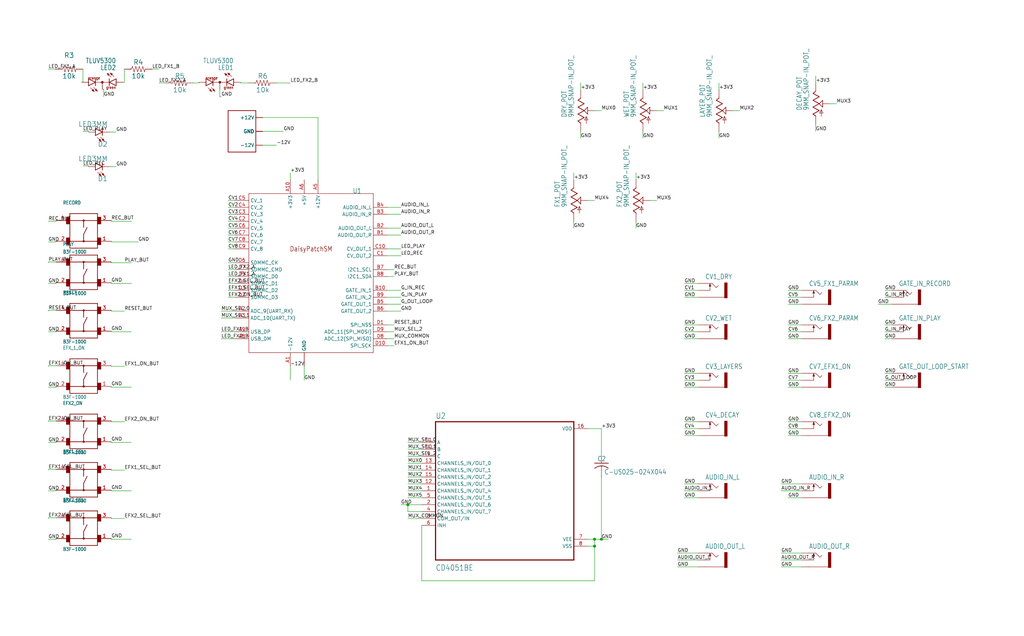
<source format=kicad_sch>
(kicad_sch (version 20211123) (generator eeschema)
  (paper "User" 376.25 233.604)
  (lib_symbols
    (symbol "dots-test-eagle-import:10KOHM-HORIZ-1{slash}4W-1%"
      (property "Reference" "R" (at 0 1.524 0))
      (property "Value" "10KOHM-HORIZ-1{slash}4W-1%" (at 0 -1.524 0))
      (symbol "10KOHM-HORIZ-1{slash}4W-1%_1_0"
        (polyline (pts (xy -2.54 0) (xy -2.159 1.016)) (stroke (width 0.1524)))
        (polyline (pts (xy -2.159 1.016) (xy -1.524 -1.016)) (stroke (width 0.1524)))
        (polyline (pts (xy -1.524 -1.016) (xy -0.889 1.016)) (stroke (width 0.1524)))
        (polyline (pts (xy -0.889 1.016) (xy -0.254 -1.016)) (stroke (width 0.1524)))
        (polyline (pts (xy -0.254 -1.016) (xy 0.381 1.016)) (stroke (width 0.1524)))
        (polyline (pts (xy 0.381 1.016) (xy 1.016 -1.016)) (stroke (width 0.1524)))
        (polyline (pts (xy 1.016 -1.016) (xy 1.651 1.016)) (stroke (width 0.1524)))
        (polyline (pts (xy 1.651 1.016) (xy 2.286 -1.016)) (stroke (width 0.1524)))
        (polyline (pts (xy 2.286 -1.016) (xy 2.54 0)) (stroke (width 0.1524)))
        (pin passive line (at -5.08 0 0) (length 2.54) (name "1") (number "P$1"))
        (pin passive line (at 5.08 0 180) (length 2.54) (name "2") (number "P$2"))
      )
    )
    (symbol "dots-test-eagle-import:9MM_SNAP-IN_POT_"
      (property "Reference" "VR" (at -5.08 -2.54 90))
      (property "Value" "9MM_SNAP-IN_POT_" (at -2.54 -2.54 90))
      (symbol "9MM_SNAP-IN_POT__1_0"
        (polyline (pts (xy -1.016 -3.81) (xy 1.27 -2.54)) (stroke (width 0.254)))
        (polyline (pts (xy -1.016 -1.27) (xy 1.27 0)) (stroke (width 0.254)))
        (polyline (pts (xy -1.016 1.27) (xy 1.27 2.54)) (stroke (width 0.254)))
        (polyline (pts (xy -1.016 3.81) (xy 0 4.572)) (stroke (width 0.254)))
        (polyline (pts (xy 0 -5.08) (xy 0 -4.572)) (stroke (width 0.1524)))
        (polyline (pts (xy 0 -4.572) (xy -1.016 -3.81)) (stroke (width 0.254)))
        (polyline (pts (xy 0 4.572) (xy 0 5.08)) (stroke (width 0.1524)))
        (polyline (pts (xy 1.27 -2.54) (xy -1.016 -1.27)) (stroke (width 0.254)))
        (polyline (pts (xy 1.27 0) (xy -1.016 1.27)) (stroke (width 0.254)))
        (polyline (pts (xy 1.27 0) (xy 2.54 1.27)) (stroke (width 0.2032)))
        (polyline (pts (xy 1.27 2.54) (xy -1.016 3.81)) (stroke (width 0.254)))
        (polyline (pts (xy 1.397 -3.429) (xy 2.032 -2.159)) (stroke (width 0.1524)))
        (polyline (pts (xy 2.032 -4.699) (xy 2.032 -2.159)) (stroke (width 0.1524)))
        (polyline (pts (xy 2.032 -2.159) (xy 2.667 -3.429)) (stroke (width 0.1524)))
        (polyline (pts (xy 2.54 -1.27) (xy 1.27 0)) (stroke (width 0.2032)))
        (polyline (pts (xy 2.54 1.27) (xy 2.54 -1.27)) (stroke (width 0.2032)))
        (polyline (pts (xy 2.667 -3.429) (xy 1.397 -3.429)) (stroke (width 0.1524)))
        (pin passive line (at 0 -7.62 90) (length 2.54) (name "A") (number "1"))
        (pin passive line (at 5.08 0 180) (length 2.54) (name "S") (number "2"))
        (pin passive line (at 0 7.62 270) (length 2.54) (name "E") (number "3"))
      )
    )
    (symbol "dots-test-eagle-import:B3F-1000"
      (property "Reference" "SW" (at -7.6261 8.3881 0))
      (property "Value" "B3F-1000" (at -7.6315 -9.6655 0))
      (symbol "B3F-1000_1_0"
        (rectangle (start -6.353 -6.3521) (end -5.08 -3.81) (fill (type outline)))
        (rectangle (start -6.3511 1.2705) (end -5.08 3.8099) (fill (type outline)))
        (circle (center 0 -5.08) (radius 0.254) (stroke (width 0.254)))
        (polyline (pts (xy -5.08 -7.62) (xy -5.08 -5.08)) (stroke (width 0.254)))
        (polyline (pts (xy -5.08 -5.08) (xy -5.08 2.54)) (stroke (width 0.254)))
        (polyline (pts (xy -5.08 -5.08) (xy 0 -5.08)) (stroke (width 0.254)))
        (polyline (pts (xy -5.08 2.54) (xy -5.08 5.08)) (stroke (width 0.254)))
        (polyline (pts (xy -5.08 2.54) (xy 0 2.54)) (stroke (width 0.254)))
        (polyline (pts (xy -5.08 5.08) (xy 5.08 5.08)) (stroke (width 0.254)))
        (polyline (pts (xy 0 -5.08) (xy 0 -2.54)) (stroke (width 0.254)))
        (polyline (pts (xy 0 -5.08) (xy 5.08 -5.08)) (stroke (width 0.254)))
        (polyline (pts (xy 0 -2.54) (xy 1.27 0)) (stroke (width 0.254)))
        (polyline (pts (xy 0 2.54) (xy 0 0)) (stroke (width 0.254)))
        (polyline (pts (xy 0 2.54) (xy 5.08 2.54)) (stroke (width 0.254)))
        (polyline (pts (xy 5.08 -7.62) (xy -5.08 -7.62)) (stroke (width 0.254)))
        (polyline (pts (xy 5.08 -5.08) (xy 5.08 -7.62)) (stroke (width 0.254)))
        (polyline (pts (xy 5.08 2.54) (xy 5.08 -5.08)) (stroke (width 0.254)))
        (polyline (pts (xy 5.08 5.08) (xy 5.08 2.54)) (stroke (width 0.254)))
        (circle (center 0 2.54) (radius 0.254) (stroke (width 0.254)))
        (rectangle (start 5.0835 -6.3529) (end 6.3499 -3.81) (fill (type outline)))
        (rectangle (start 5.0842 1.2721) (end 6.35 3.8099) (fill (type outline)))
        (pin passive line (at 10.16 -5.08 180) (length 5.08) (name "1") (number "1"))
        (pin passive line (at -10.16 -5.08 0) (length 5.08) (name "2") (number "2"))
        (pin passive line (at 10.16 2.54 180) (length 5.08) (name "3") (number "3"))
        (pin passive line (at -10.16 2.54 0) (length 5.08) (name "4") (number "4"))
      )
    )
    (symbol "dots-test-eagle-import:C-US025-024X044"
      (property "Reference" "C" (at 1.016 0.635 0))
      (property "Value" "C-US025-024X044" (at 1.016 -4.191 0))
      (symbol "C-US025-024X044_1_0"
        (arc (start 0 -1.0161) (mid -1.302 -1.2303) (end -2.4668 -1.8504) (stroke (width 0.254)))
        (polyline (pts (xy -2.54 0) (xy 2.54 0)) (stroke (width 0.254)))
        (polyline (pts (xy 0 -1.0161) (xy 0 -2.54)) (stroke (width 0.1524)))
        (polyline (pts (xy 0 -1.016) (xy 0 -1.0161)) (stroke (width 0.1524)))
        (arc (start 2.4892 -1.8542) (mid 1.3158 -1.2195) (end 0 -1) (stroke (width 0.254)))
        (pin passive line (at 0 2.54 270) (length 2.54) (name "1") (number "1"))
        (pin passive line (at 0 -5.08 90) (length 2.54) (name "2") (number "2"))
      )
    )
    (symbol "dots-test-eagle-import:CD4051BE"
      (property "Reference" "U" (at -25.4 26.4 0))
      (property "Value" "CD4051BE" (at -25.4 -29.4 0))
      (symbol "CD4051BE_1_0"
        (polyline (pts (xy -25.4 -25.4) (xy -25.4 25.4)) (stroke (width 0.41)))
        (polyline (pts (xy -25.4 25.4) (xy 25.4 25.4)) (stroke (width 0.41)))
        (polyline (pts (xy 25.4 -25.4) (xy -25.4 -25.4)) (stroke (width 0.41)))
        (polyline (pts (xy 25.4 25.4) (xy 25.4 -25.4)) (stroke (width 0.41)))
        (pin input line (at -30.48 0 0) (length 5.08) (name "CHANNELS_IN/OUT_4") (number "1"))
        (pin input line (at -30.48 15.24 0) (length 5.08) (name "B") (number "10"))
        (pin input line (at -30.48 17.78 0) (length 5.08) (name "A") (number "11"))
        (pin input line (at -30.48 2.54 0) (length 5.08) (name "CHANNELS_IN/OUT_3") (number "12"))
        (pin input line (at -30.48 10.16 0) (length 5.08) (name "CHANNELS_IN/OUT_0") (number "13"))
        (pin input line (at -30.48 7.62 0) (length 5.08) (name "CHANNELS_IN/OUT_1") (number "14"))
        (pin input line (at -30.48 5.08 0) (length 5.08) (name "CHANNELS_IN/OUT_2") (number "15"))
        (pin power_in line (at 30.48 22.86 180) (length 5.08) (name "VDD") (number "16"))
        (pin input line (at -30.48 -5.08 0) (length 5.08) (name "CHANNELS_IN/OUT_6") (number "2"))
        (pin input line (at -30.48 -10.16 0) (length 5.08) (name "COM_OUT/IN") (number "3"))
        (pin input line (at -30.48 -7.62 0) (length 5.08) (name "CHANNELS_IN/OUT_7") (number "4"))
        (pin input line (at -30.48 -2.54 0) (length 5.08) (name "CHANNELS_IN/OUT_5") (number "5"))
        (pin input line (at -30.48 -12.7 0) (length 5.08) (name "INH") (number "6"))
        (pin power_in line (at 30.48 -17.78 180) (length 5.08) (name "VEE") (number "7"))
        (pin power_in line (at 30.48 -20.32 180) (length 5.08) (name "VSS") (number "8"))
        (pin input line (at -30.48 12.7 0) (length 5.08) (name "C") (number "9"))
      )
    )
    (symbol "dots-test-eagle-import:ES_DAISY_PATCH_SMULTRA_LOCK"
      (property "Reference" "U" (at 15.24 27.94 0))
      (symbol "ES_DAISY_PATCH_SMULTRA_LOCK_1_0"
        (polyline (pts (xy -22.86 -30.48) (xy 22.86 -30.48)) (stroke (width 0.1524)))
        (polyline (pts (xy -22.86 27.94) (xy -22.86 -30.48)) (stroke (width 0.1524)))
        (polyline (pts (xy 22.86 -30.48) (xy 22.86 27.94)) (stroke (width 0.1524)))
        (polyline (pts (xy 22.86 27.94) (xy -22.86 27.94)) (stroke (width 0.1524)))
        (text "DaisyPatchSM" (at 0 7.62 0) (effects (font (size 1.778 1.5113))))
        (pin bidirectional line (at -7.62 -35.56 90) (length 5.08) (name "-12V") (number "A1"))
        (pin bidirectional line (at -7.62 33.02 270) (length 5.08) (name "+3V3") (number "A10"))
        (pin bidirectional line (at -27.94 -15.24 0) (length 5.08) (name "ADC_9(UART_RX)") (number "A2"))
        (pin bidirectional line (at -27.94 -17.78 0) (length 5.08) (name "ADC_10(UART_TX)") (number "A3"))
        (pin bidirectional line (at -2.54 -35.56 90) (length 5.08) (name "GND") (number "A4"))
        (pin bidirectional line (at 2.54 33.02 270) (length 5.08) (name "+12V") (number "A5"))
        (pin bidirectional line (at -2.54 33.02 270) (length 5.08) (name "+5V") (number "A6"))
        (pin bidirectional line (at -2.54 -35.56 90) (length 5.08) (name "GND") (number "A7"))
        (pin bidirectional line (at -27.94 -25.4 0) (length 5.08) (name "USB_DM") (number "A8"))
        (pin bidirectional line (at -27.94 -22.86 0) (length 5.08) (name "USB_DP") (number "A9"))
        (pin bidirectional line (at 27.94 12.7 180) (length 5.08) (name "AUDIO_OUT_R") (number "B1"))
        (pin bidirectional line (at 27.94 -7.62 180) (length 5.08) (name "GATE_IN_1") (number "B10"))
        (pin bidirectional line (at 27.94 15.24 180) (length 5.08) (name "AUDIO_OUT_L") (number "B2"))
        (pin bidirectional line (at 27.94 20.32 180) (length 5.08) (name "AUDIO_IN_R") (number "B3"))
        (pin bidirectional line (at 27.94 22.86 180) (length 5.08) (name "AUDIO_IN_L") (number "B4"))
        (pin bidirectional line (at 27.94 -12.7 180) (length 5.08) (name "GATE_OUT_1") (number "B5"))
        (pin bidirectional line (at 27.94 -15.24 180) (length 5.08) (name "GATE_OUT_2") (number "B6"))
        (pin bidirectional line (at 27.94 0 180) (length 5.08) (name "I2C1_SCL") (number "B7"))
        (pin bidirectional line (at 27.94 -2.54 180) (length 5.08) (name "I2C1_SDA") (number "B8"))
        (pin bidirectional line (at 27.94 -10.16 180) (length 5.08) (name "GATE_IN_2") (number "B9"))
        (pin bidirectional line (at 27.94 5.08 180) (length 5.08) (name "CV_OUT_2") (number "C1"))
        (pin bidirectional line (at 27.94 7.62 180) (length 5.08) (name "CV_OUT_1") (number "C10"))
        (pin bidirectional line (at -27.94 17.78 0) (length 5.08) (name "CV_4") (number "C2"))
        (pin bidirectional line (at -27.94 20.32 0) (length 5.08) (name "CV_3") (number "C3"))
        (pin bidirectional line (at -27.94 22.86 0) (length 5.08) (name "CV_2") (number "C4"))
        (pin bidirectional line (at -27.94 25.4 0) (length 5.08) (name "CV_1") (number "C5"))
        (pin bidirectional line (at -27.94 15.24 0) (length 5.08) (name "CV_5") (number "C6"))
        (pin bidirectional line (at -27.94 12.7 0) (length 5.08) (name "CV_6") (number "C7"))
        (pin bidirectional line (at -27.94 10.16 0) (length 5.08) (name "CV_7") (number "C8"))
        (pin bidirectional line (at -27.94 7.62 0) (length 5.08) (name "CV_8") (number "C9"))
        (pin bidirectional line (at 27.94 -20.32 180) (length 5.08) (name "SPI_NSS") (number "D1"))
        (pin bidirectional line (at 27.94 -27.94 180) (length 5.08) (name "SPI_SCK") (number "D10"))
        (pin bidirectional line (at -27.94 -10.16 0) (length 5.08) (name "SDMMC_D3") (number "D2"))
        (pin bidirectional line (at -27.94 -7.62 0) (length 5.08) (name "SDMMC_D2") (number "D3"))
        (pin bidirectional line (at -27.94 -5.08 0) (length 5.08) (name "SDMMC_D1") (number "D4"))
        (pin bidirectional line (at -27.94 -2.54 0) (length 5.08) (name "SDMMC_D0") (number "D5"))
        (pin bidirectional line (at -27.94 2.54 0) (length 5.08) (name "SDMMC_CK") (number "D6"))
        (pin bidirectional line (at -27.94 0 0) (length 5.08) (name "SDMMC_CMD") (number "D7"))
        (pin bidirectional line (at 27.94 -25.4 180) (length 5.08) (name "ADC_12(SPI_MISO)") (number "D8"))
        (pin bidirectional line (at 27.94 -22.86 180) (length 5.08) (name "ADC_11(SPI_MOSI)") (number "D9"))
      )
    )
    (symbol "dots-test-eagle-import:EURO_POWER_LOCKFAT-LOCK"
      (symbol "EURO_POWER_LOCKFAT-LOCK_1_0"
        (polyline (pts (xy -7.62 7.62) (xy -7.62 -7.62)) (stroke (width 0.254)))
        (polyline (pts (xy 2.54 -7.62) (xy -7.62 -7.62)) (stroke (width 0.254)))
        (polyline (pts (xy 2.54 7.62) (xy -7.62 7.62)) (stroke (width 0.254)))
        (polyline (pts (xy 2.54 7.62) (xy 2.54 -7.62)) (stroke (width 0.254)))
        (pin bidirectional line (at 5.08 0 180) (length 2.54) (name "GND") (number "GND1"))
        (pin bidirectional line (at 5.08 0 180) (length 2.54) (name "GND") (number "GND2"))
        (pin bidirectional line (at 5.08 0 180) (length 2.54) (name "GND") (number "GND3"))
        (pin bidirectional line (at 5.08 0 180) (length 2.54) (name "GND") (number "GND4"))
        (pin bidirectional line (at 5.08 0 180) (length 2.54) (name "GND") (number "GND5"))
        (pin bidirectional line (at 5.08 0 180) (length 2.54) (name "GND") (number "GND6"))
        (pin bidirectional line (at 5.08 -5.08 180) (length 2.54) (name "-12V") (number "NEG1"))
        (pin bidirectional line (at 5.08 -5.08 180) (length 2.54) (name "-12V") (number "NEG2"))
        (pin bidirectional line (at 5.08 5.08 180) (length 2.54) (name "+12V") (number "POS1"))
        (pin bidirectional line (at 5.08 5.08 180) (length 2.54) (name "+12V") (number "POS2"))
      )
    )
    (symbol "dots-test-eagle-import:LED3MM"
      (property "Reference" "D" (at -3.429 -4.572 90))
      (property "Value" "LED3MM" (at 1.905 -4.572 90))
      (symbol "LED3MM_1_0"
        (polyline (pts (xy -2.032 -0.762) (xy -3.429 -2.159)) (stroke (width 0.1524)))
        (polyline (pts (xy -1.905 -1.905) (xy -3.302 -3.302)) (stroke (width 0.1524)))
        (polyline (pts (xy 0 -2.54) (xy -1.27 -2.54)) (stroke (width 0.254)))
        (polyline (pts (xy 0 -2.54) (xy -1.27 0)) (stroke (width 0.254)))
        (polyline (pts (xy 1.27 -2.54) (xy 0 -2.54)) (stroke (width 0.254)))
        (polyline (pts (xy 1.27 0) (xy -1.27 0)) (stroke (width 0.254)))
        (polyline (pts (xy 1.27 0) (xy 0 -2.54)) (stroke (width 0.254)))
        (polyline (pts (xy -3.429 -2.159) (xy -3.048 -1.27) (xy -2.54 -1.778)) (fill (type outline)))
        (polyline (pts (xy -3.302 -3.302) (xy -2.921 -2.413) (xy -2.413 -2.921)) (fill (type outline)))
        (pin passive line (at 0 2.54 270) (length 2.54) (name "A") (number "A"))
        (pin passive line (at 0 -5.08 90) (length 2.54) (name "C") (number "K"))
      )
    )
    (symbol "dots-test-eagle-import:THONKICONNNEW"
      (property "Reference" "U" (at -2.54 4.064 0))
      (symbol "THONKICONNNEW_1_0"
        (polyline (pts (xy -2.54 -2.54) (xy 4.572 -2.54)) (stroke (width 0.1524)))
        (polyline (pts (xy -2.54 0) (xy -0.762 0)) (stroke (width 0.1524)))
        (polyline (pts (xy -2.54 2.54) (xy 0 2.54)) (stroke (width 0.1524)))
        (polyline (pts (xy -1.016 1.524) (xy -0.508 1.524)) (stroke (width 0.254)))
        (polyline (pts (xy -0.762 0) (xy -0.762 2.286)) (stroke (width 0.1524)))
        (polyline (pts (xy -0.762 2.286) (xy -1.016 1.524)) (stroke (width 0.254)))
        (polyline (pts (xy -0.508 1.524) (xy -0.762 2.286)) (stroke (width 0.254)))
        (polyline (pts (xy 0 2.54) (xy 1.524 1.016)) (stroke (width 0.1524)))
        (polyline (pts (xy 1.524 1.016) (xy 2.286 1.778)) (stroke (width 0.1524)))
        (rectangle (start 4.572 2.794) (end 5.588 -2.794) (fill (type outline)))
        (pin passive line (at -5.08 2.54 0) (length 2.54) (name "TIP") (number "P$1_TIP"))
        (pin passive line (at -5.08 0 0) (length 2.54) (name "SWITCH") (number "P$2_SWITCH"))
        (pin passive line (at -5.08 -2.54 0) (length 2.54) (name "SLEEVE") (number "P$3_SLEEVE"))
      )
    )
    (symbol "dots-test-eagle-import:TLUV5300"
      (property "Reference" "LED" (at 6.35 -5.08 90))
      (property "Value" "TLUV5300" (at 8.89 -5.08 90))
      (symbol "TLUV5300_1_0"
        (polyline (pts (xy -2.032 4.318) (xy -3.429 2.921)) (stroke (width 0.1524)))
        (polyline (pts (xy -1.905 3.175) (xy -3.302 1.778)) (stroke (width 0.1524)))
        (polyline (pts (xy -1.27 -5.08) (xy 0 -5.08)) (stroke (width 0.254)))
        (polyline (pts (xy -1.27 -5.08) (xy 0 -2.54)) (stroke (width 0.254)))
        (polyline (pts (xy -1.27 -2.54) (xy 0 -2.54)) (stroke (width 0.254)))
        (polyline (pts (xy 0 -5.08) (xy 1.27 -5.08)) (stroke (width 0.254)))
        (polyline (pts (xy 0 -2.54) (xy 1.27 -5.08)) (stroke (width 0.254)))
        (polyline (pts (xy 0 -2.54) (xy 1.27 -2.54)) (stroke (width 0.254)))
        (polyline (pts (xy 0 2.54) (xy -1.27 2.54)) (stroke (width 0.254)))
        (polyline (pts (xy 0 2.54) (xy -1.27 5.08)) (stroke (width 0.254)))
        (polyline (pts (xy 0 2.54) (xy 0 -2.54)) (stroke (width 0.1524)))
        (polyline (pts (xy 0 5.08) (xy -1.27 5.08)) (stroke (width 0.254)))
        (polyline (pts (xy 1.27 2.54) (xy 0 2.54)) (stroke (width 0.254)))
        (polyline (pts (xy 1.27 5.08) (xy 0 2.54)) (stroke (width 0.254)))
        (polyline (pts (xy 1.27 5.08) (xy 0 5.08)) (stroke (width 0.254)))
        (polyline (pts (xy 1.905 -3.175) (xy 3.302 -1.778)) (stroke (width 0.1524)))
        (polyline (pts (xy 2.032 -4.318) (xy 3.429 -2.921)) (stroke (width 0.1524)))
        (polyline (pts (xy -3.429 2.921) (xy -3.048 3.81) (xy -2.54 3.302)) (fill (type outline)))
        (polyline (pts (xy -3.302 1.778) (xy -2.921 2.667) (xy -2.413 2.159)) (fill (type outline)))
        (polyline (pts (xy 2.413 -2.159) (xy 3.302 -1.778) (xy 2.921 -2.667)) (fill (type outline)))
        (polyline (pts (xy 2.54 -3.302) (xy 3.429 -2.921) (xy 3.048 -3.81)) (fill (type outline)))
        (circle (center 0 0) (radius 0.254) (stroke (width 0.4064)))
        (text "green" (at -2.54 -5.08 900) (effects (font (size 1.016 0.8636)) (justify left bottom)))
        (text "orange" (at 2.159 5.334 900) (effects (font (size 1.016 0.8636)) (justify right top)))
        (pin passive line (at 0 -7.62 90) (length 2.54) (name "AG") (number "AG"))
        (pin passive line (at 0 7.62 270) (length 2.54) (name "AO") (number "AO"))
        (pin passive line (at -2.54 0 0) (length 2.54) (name "CC") (number "CC"))
      )
    )
  )
  (junction (at 218.44 198.12))
  (junction (at 149.86 185.42))
  (junction (at 218.44 200.66))
  (junction (at 220.98 198.12))
  (wire (pts (xy 80.772 32.766) (xy 80.772 35.56)))
  (wire (pts (xy 86.36 104.14) (xy 83.82 104.14)))
  (wire (pts (xy 32.512 48.26) (xy 30.48 48.26)))
  (wire (pts (xy 101.6 30.48) (xy 106.68 30.48)))
  (wire (pts (xy 218.44 40.64) (xy 220.98 40.64)))
  (wire (pts (xy 256.54 137.16) (xy 251.46 137.16)))
  (wire (pts (xy 40.894 172.72) (xy 45.72 172.72)))
  (wire (pts (xy 32.512 61.214) (xy 32.512 60.96)))
  (wire (pts (xy 154.94 162.56) (xy 149.86 162.56)))
  (wire (pts (xy 116.84 43.18) (xy 116.84 66.04)))
  (wire (pts (xy 233.68 81.28) (xy 233.68 83.82)))
  (wire (pts (xy 154.94 182.88) (xy 149.86 182.88)))
  (wire (pts (xy 294.64 109.22) (xy 289.56 109.22)))
  (wire (pts (xy 86.36 73.66) (xy 83.82 73.66)))
  (wire (pts (xy 40.132 48.514) (xy 42.672 48.514)))
  (wire (pts (xy 20.574 197.866) (xy 20.574 198.12)))
  (wire (pts (xy 40.894 142.24) (xy 48.26 142.24)))
  (wire (pts (xy 40.894 172.466) (xy 40.894 172.72)))
  (wire (pts (xy 40.894 198.12) (xy 48.26 198.12)))
  (wire (pts (xy 20.574 141.986) (xy 20.574 142.24)))
  (wire (pts (xy 20.574 162.306) (xy 20.574 162.56)))
  (wire (pts (xy 154.94 187.96) (xy 149.86 187.96)))
  (wire (pts (xy 20.574 121.92) (xy 17.78 121.92)))
  (wire (pts (xy 256.54 180.34) (xy 251.46 180.34)))
  (wire (pts (xy 220.98 157.48) (xy 220.98 167.64)))
  (wire (pts (xy 294.64 111.76) (xy 289.56 111.76)))
  (wire (pts (xy 17.78 134.366) (xy 17.78 134.62)))
  (wire (pts (xy 37.592 32.766) (xy 38.1 32.766)))
  (wire (pts (xy 40.894 180.086) (xy 40.894 180.34)))
  (wire (pts (xy 86.36 88.9) (xy 83.82 88.9)))
  (wire (pts (xy 86.36 121.92) (xy 81.28 121.92)))
  (wire (pts (xy 20.574 88.646) (xy 20.574 88.9)))
  (wire (pts (xy 304.8 38.1) (xy 307.34 38.1)))
  (wire (pts (xy 32.512 60.96) (xy 30.48 60.96)))
  (wire (pts (xy 142.24 109.22) (xy 147.32 109.22)))
  (wire (pts (xy 233.68 66.04) (xy 233.68 63.5)))
  (wire (pts (xy 154.94 170.18) (xy 149.86 170.18)))
  (wire (pts (xy 327.66 137.16) (xy 325.12 137.16)))
  (wire (pts (xy 86.36 109.22) (xy 83.82 109.22)))
  (wire (pts (xy 299.72 30.48) (xy 299.72 27.94)))
  (wire (pts (xy 294.64 157.48) (xy 289.56 157.48)))
  (wire (pts (xy 47.752 25.654) (xy 47.752 25.4)))
  (wire (pts (xy 106.68 66.04) (xy 106.68 63.5)))
  (wire (pts (xy 327.66 121.92) (xy 325.12 121.92)))
  (wire (pts (xy 20.574 172.466) (xy 17.78 172.466)))
  (wire (pts (xy 17.78 96.266) (xy 17.78 96.52)))
  (wire (pts (xy 20.574 198.12) (xy 17.78 198.12)))
  (wire (pts (xy 86.36 78.74) (xy 83.82 78.74)))
  (wire (pts (xy 96.52 53.34) (xy 101.6 53.34)))
  (wire (pts (xy 40.894 162.56) (xy 48.26 162.56)))
  (wire (pts (xy 327.66 139.7) (xy 325.12 139.7)))
  (wire (pts (xy 256.54 208.28) (xy 248.92 208.28)))
  (wire (pts (xy 48.26 81.28) (xy 40.894 81.28)))
  (wire (pts (xy 294.64 154.94) (xy 289.56 154.94)))
  (wire (pts (xy 88.392 30.48) (xy 88.392 30.226)))
  (wire (pts (xy 218.44 198.12) (xy 218.44 200.66)))
  (wire (pts (xy 256.54 203.2) (xy 248.92 203.2)))
  (wire (pts (xy 86.36 101.6) (xy 83.82 101.6)))
  (wire (pts (xy 256.54 121.92) (xy 251.46 121.92)))
  (wire (pts (xy 256.54 139.7) (xy 251.46 139.7)))
  (wire (pts (xy 142.24 76.2) (xy 147.32 76.2)))
  (wire (pts (xy 40.894 104.14) (xy 48.26 104.14)))
  (wire (pts (xy 154.94 167.64) (xy 149.86 167.64)))
  (wire (pts (xy 17.78 190.246) (xy 17.78 190.5)))
  (wire (pts (xy 40.894 134.366) (xy 40.894 134.62)))
  (wire (pts (xy 269.24 40.64) (xy 271.78 40.64)))
  (wire (pts (xy 20.574 154.686) (xy 17.78 154.686)))
  (wire (pts (xy 210.82 81.28) (xy 210.82 83.82)))
  (wire (pts (xy 149.86 187.96) (xy 149.86 185.42)))
  (wire (pts (xy 93.472 30.734) (xy 93.472 30.48)))
  (wire (pts (xy 294.64 177.8) (xy 287.02 177.8)))
  (wire (pts (xy 40.894 190.5) (xy 45.72 190.5)))
  (wire (pts (xy 241.3 40.64) (xy 243.84 40.64)))
  (wire (pts (xy 30.48 30.226) (xy 30.48 25.4)))
  (wire (pts (xy 294.64 160.02) (xy 289.56 160.02)))
  (wire (pts (xy 238.76 73.66) (xy 241.3 73.66)))
  (wire (pts (xy 73.152 30.226) (xy 73.152 30.48)))
  (wire (pts (xy 256.54 154.94) (xy 251.46 154.94)))
  (wire (pts (xy 86.36 86.36) (xy 83.82 86.36)))
  (wire (pts (xy 142.24 119.38) (xy 144.78 119.38)))
  (wire (pts (xy 236.22 48.26) (xy 236.22 50.8)))
  (wire (pts (xy 294.64 139.7) (xy 289.56 139.7)))
  (wire (pts (xy 256.54 177.8) (xy 251.46 177.8)))
  (wire (pts (xy 154.94 190.5) (xy 149.86 190.5)))
  (wire (pts (xy 40.894 190.246) (xy 40.894 190.5)))
  (wire (pts (xy 86.36 83.82) (xy 83.82 83.82)))
  (wire (pts (xy 40.894 121.666) (xy 40.894 121.92)))
  (wire (pts (xy 142.24 78.74) (xy 147.32 78.74)))
  (wire (pts (xy 210.82 66.04) (xy 210.82 63.5)))
  (wire (pts (xy 142.24 124.46) (xy 144.78 124.46)))
  (wire (pts (xy 20.574 142.24) (xy 17.78 142.24)))
  (wire (pts (xy 20.574 134.366) (xy 17.78 134.366)))
  (wire (pts (xy 215.9 157.48) (xy 220.98 157.48)))
  (wire (pts (xy 20.32 25.4) (xy 17.78 25.4)))
  (wire (pts (xy 20.574 81.026) (xy 20.574 81.28)))
  (wire (pts (xy 142.24 99.06) (xy 144.78 99.06)))
  (wire (pts (xy 20.574 162.56) (xy 17.78 162.56)))
  (wire (pts (xy 327.66 119.38) (xy 325.12 119.38)))
  (wire (pts (xy 142.24 101.6) (xy 144.78 101.6)))
  (wire (pts (xy 20.574 104.14) (xy 17.78 104.14)))
  (wire (pts (xy 154.94 175.26) (xy 149.86 175.26)))
  (wire (pts (xy 20.574 103.886) (xy 20.574 104.14)))
  (wire (pts (xy 20.574 190.246) (xy 17.78 190.246)))
  (wire (pts (xy 294.64 106.68) (xy 289.56 106.68)))
  (wire (pts (xy 299.72 45.72) (xy 299.72 48.26)))
  (wire (pts (xy 256.54 205.74) (xy 248.92 205.74)))
  (wire (pts (xy 20.574 88.9) (xy 17.78 88.9)))
  (wire (pts (xy 294.64 121.92) (xy 289.56 121.92)))
  (wire (pts (xy 256.54 124.46) (xy 251.46 124.46)))
  (wire (pts (xy 154.94 193.04) (xy 154.94 213.36)))
  (wire (pts (xy 45.72 30.226) (xy 45.72 25.4)))
  (wire (pts (xy 256.54 182.88) (xy 251.46 182.88)))
  (wire (pts (xy 32.512 48.514) (xy 32.512 48.26)))
  (wire (pts (xy 218.44 213.36) (xy 218.44 200.66)))
  (wire (pts (xy 294.64 208.28) (xy 287.02 208.28)))
  (wire (pts (xy 142.24 86.36) (xy 147.32 86.36)))
  (wire (pts (xy 213.36 33.02) (xy 213.36 30.48)))
  (wire (pts (xy 154.94 213.36) (xy 218.44 213.36)))
  (wire (pts (xy 154.94 180.34) (xy 149.86 180.34)))
  (wire (pts (xy 154.94 165.1) (xy 149.86 165.1)))
  (wire (pts (xy 264.16 48.26) (xy 264.16 50.8)))
  (wire (pts (xy 142.24 93.98) (xy 147.32 93.98)))
  (wire (pts (xy 83.82 106.68) (xy 86.36 106.68)))
  (wire (pts (xy 142.24 106.68) (xy 147.32 106.68)))
  (wire (pts (xy 20.574 180.086) (xy 20.574 180.34)))
  (wire (pts (xy 96.52 48.26) (xy 104.14 48.26)))
  (wire (pts (xy 40.894 180.34) (xy 48.26 180.34)))
  (wire (pts (xy 40.894 88.646) (xy 40.894 88.9)))
  (wire (pts (xy 20.574 114.046) (xy 17.78 114.046)))
  (wire (pts (xy 111.76 134.62) (xy 111.76 139.7)))
  (wire (pts (xy 236.22 33.02) (xy 236.22 30.48)))
  (wire (pts (xy 40.894 114.3) (xy 45.72 114.3)))
  (wire (pts (xy 142.24 91.44) (xy 147.32 91.44)))
  (wire (pts (xy 327.66 111.76) (xy 322.58 111.76)))
  (wire (pts (xy 256.54 106.68) (xy 251.46 106.68)))
  (wire (pts (xy 48.26 96.52) (xy 40.894 96.52)))
  (wire (pts (xy 96.52 43.18) (xy 116.84 43.18)))
  (wire (pts (xy 20.574 96.266) (xy 17.78 96.266)))
  (wire (pts (xy 73.152 30.48) (xy 71.12 30.48)))
  (wire (pts (xy 106.68 134.62) (xy 106.68 139.7)))
  (wire (pts (xy 86.36 124.46) (xy 81.28 124.46)))
  (wire (pts (xy 294.64 180.34) (xy 287.02 180.34)))
  (wire (pts (xy 40.894 81.026) (xy 40.894 81.28)))
  (wire (pts (xy 213.36 48.26) (xy 213.36 50.8)))
  (wire (pts (xy 149.86 185.42) (xy 147.32 185.42)))
  (wire (pts (xy 40.894 154.94) (xy 45.72 154.94)))
  (wire (pts (xy 264.16 33.02) (xy 264.16 30.48)))
  (wire (pts (xy 294.64 137.16) (xy 289.56 137.16)))
  (wire (pts (xy 327.66 109.22) (xy 325.12 109.22)))
  (wire (pts (xy 20.574 121.666) (xy 20.574 121.92)))
  (wire (pts (xy 154.94 185.42) (xy 149.86 185.42)))
  (wire (pts (xy 55.88 25.4) (xy 58.42 25.4)))
  (wire (pts (xy 142.24 111.76) (xy 147.32 111.76)))
  (wire (pts (xy 40.894 114.046) (xy 40.894 114.3)))
  (wire (pts (xy 86.36 91.44) (xy 83.82 91.44)))
  (wire (pts (xy 327.66 142.24) (xy 325.12 142.24)))
  (wire (pts (xy 256.54 160.02) (xy 251.46 160.02)))
  (wire (pts (xy 40.894 121.92) (xy 48.26 121.92)))
  (wire (pts (xy 294.64 205.74) (xy 287.02 205.74)))
  (wire (pts (xy 60.96 30.48) (xy 58.42 30.48)))
  (wire (pts (xy 62.992 30.734) (xy 62.992 30.48)))
  (wire (pts (xy 40.894 88.9) (xy 50.8 88.9)))
  (wire (pts (xy 40.894 141.986) (xy 40.894 142.24)))
  (wire (pts (xy 142.24 121.92) (xy 144.78 121.92)))
  (wire (pts (xy 294.64 124.46) (xy 289.56 124.46)))
  (wire (pts (xy 86.36 99.06) (xy 83.82 99.06)))
  (wire (pts (xy 80.772 35.56) (xy 81.28 35.56)))
  (wire (pts (xy 40.894 103.886) (xy 40.894 104.14)))
  (wire (pts (xy 29.972 30.226) (xy 30.48 30.226)))
  (wire (pts (xy 220.98 198.12) (xy 223.52 198.12)))
  (wire (pts (xy 45.212 30.226) (xy 45.72 30.226)))
  (wire (pts (xy 91.44 30.48) (xy 88.392 30.48)))
  (wire (pts (xy 40.894 134.62) (xy 45.72 134.62)))
  (wire (pts (xy 294.64 182.88) (xy 289.56 182.88)))
  (wire (pts (xy 86.36 96.52) (xy 83.82 96.52)))
  (wire (pts (xy 154.94 177.8) (xy 149.86 177.8)))
  (wire (pts (xy 218.44 200.66) (xy 215.9 200.66)))
  (wire (pts (xy 256.54 157.48) (xy 251.46 157.48)))
  (wire (pts (xy 215.9 73.66) (xy 218.44 73.66)))
  (wire (pts (xy 86.36 81.28) (xy 83.82 81.28)))
  (wire (pts (xy 142.24 83.82) (xy 147.32 83.82)))
  (wire (pts (xy 38.1 32.766) (xy 38.1 35.56)))
  (wire (pts (xy 218.44 198.12) (xy 220.98 198.12)))
  (wire (pts (xy 256.54 119.38) (xy 251.46 119.38)))
  (wire (pts (xy 294.64 203.2) (xy 287.02 203.2)))
  (wire (pts (xy 142.24 114.3) (xy 147.32 114.3)))
  (wire (pts (xy 40.894 162.306) (xy 40.894 162.56)))
  (wire (pts (xy 20.574 81.28) (xy 17.78 81.28)))
  (wire (pts (xy 40.894 154.686) (xy 40.894 154.94)))
  (wire (pts (xy 142.24 127) (xy 144.78 127)))
  (wire (pts (xy 20.574 180.34) (xy 17.78 180.34)))
  (wire (pts (xy 294.64 119.38) (xy 289.56 119.38)))
  (wire (pts (xy 17.78 154.686) (xy 17.78 154.94)))
  (wire (pts (xy 256.54 142.24) (xy 251.46 142.24)))
  (wire (pts (xy 220.98 175.26) (xy 220.98 198.12)))
  (wire (pts (xy 294.64 142.24) (xy 289.56 142.24)))
  (wire (pts (xy 86.36 114.3) (xy 81.28 114.3)))
  (wire (pts (xy 17.78 114.046) (xy 17.78 114.3)))
  (wire (pts (xy 86.36 76.2) (xy 83.82 76.2)))
  (wire (pts (xy 40.132 61.214) (xy 42.672 61.214)))
  (wire (pts (xy 327.66 124.46) (xy 325.12 124.46)))
  (wire (pts (xy 215.9 198.12) (xy 218.44 198.12)))
  (wire (pts (xy 40.894 197.866) (xy 40.894 198.12)))
  (wire (pts (xy 256.54 104.14) (xy 251.46 104.14)))
  (wire (pts (xy 17.78 172.466) (xy 17.78 172.72)))
  (wire (pts (xy 256.54 109.22) (xy 251.46 109.22)))
  (wire (pts (xy 154.94 172.72) (xy 149.86 172.72)))
  (wire (pts (xy 327.66 106.68) (xy 325.12 106.68)))
  (wire (pts (xy 86.36 116.84) (xy 81.28 116.84)))
  (wire (pts (xy 40.894 96.266) (xy 40.894 96.52)))
  (label "REC_BUT" (at 40.894 81.026 0) (effects (font (size 1.2446 1.2446))))
  (label "EFX1_ON_BUT" (at 17.78 134.366 0) (effects (font (size 1.2446 1.2446))))
  (label "GND" (at 289.56 106.68 0) (effects (font (size 1.2446 1.2446))))
  (label "CV6" (at 289.56 121.92 0) (effects (font (size 1.2446 1.2446))))
  (label "GND" (at 325.12 137.16 0) (effects (font (size 1.2446 1.2446))))
  (label "AUDIO_OUT_L" (at 248.92 205.74 0) (effects (font (size 1.2446 1.2446))))
  (label "LED_FX1_B" (at 55.88 25.4 0) (effects (font (size 1.2446 1.2446))))
  (label "EFX1_SEL_BUT" (at 83.82 106.68 0) (effects (font (size 1.2446 1.2446))))
  (label "CV4" (at 83.82 81.28 0) (effects (font (size 1.2446 1.2446))))
  (label "GND" (at 17.78 121.92 0) (effects (font (size 1.2446 1.2446))))
  (label "EFX1_ON_BUT" (at 144.78 127 0) (effects (font (size 1.2446 1.2446))))
  (label "CV1" (at 83.82 73.66 0) (effects (font (size 1.2446 1.2446))))
  (label "MUX_SEL_1" (at 81.28 116.84 0) (effects (font (size 1.2446 1.2446))))
  (label "MUX_SEL_2" (at 144.78 121.92 0) (effects (font (size 1.2446 1.2446))))
  (label "+3V3" (at 106.68 63.5 0) (effects (font (size 1.2446 1.2446))))
  (label "LED_FX2_A" (at 83.82 99.06 0) (effects (font (size 1.2446 1.2446))))
  (label "GND" (at 17.78 88.9 0) (effects (font (size 1.2446 1.2446))))
  (label "GND" (at 251.46 177.8 0) (effects (font (size 1.2446 1.2446))))
  (label "LED_REC" (at 147.32 93.98 0) (effects (font (size 1.2446 1.2446))))
  (label "LED_FX1_A" (at 17.78 25.4 0) (effects (font (size 1.2446 1.2446))))
  (label "GND" (at 287.02 208.28 0) (effects (font (size 1.2446 1.2446))))
  (label "GND" (at 236.22 50.8 0) (effects (font (size 1.2446 1.2446))))
  (label "AUDIO_OUT_L" (at 147.32 83.82 0) (effects (font (size 1.2446 1.2446))))
  (label "GND" (at 289.56 154.94 0) (effects (font (size 1.2446 1.2446))))
  (label "GND" (at 251.46 142.24 0) (effects (font (size 1.2446 1.2446))))
  (label "GND" (at 325.12 124.46 0) (effects (font (size 1.2446 1.2446))))
  (label "GND" (at 248.92 203.2 0) (effects (font (size 1.2446 1.2446))))
  (label "MUX1" (at 243.84 40.64 0) (effects (font (size 1.2446 1.2446))))
  (label "MUX5" (at 149.86 182.88 0) (effects (font (size 1.2446 1.2446))))
  (label "EFX1_SEL_BUT" (at 17.78 172.466 0) (effects (font (size 1.2446 1.2446))))
  (label "-12V" (at 106.68 134.62 0) (effects (font (size 1.2446 1.2446))))
  (label "EFX2_SEL_BUT" (at 45.72 190.5 0) (effects (font (size 1.2446 1.2446))))
  (label "GND" (at 40.894 103.886 0) (effects (font (size 1.2446 1.2446))))
  (label "GND" (at 251.46 137.16 0) (effects (font (size 1.2446 1.2446))))
  (label "GND" (at 104.14 48.26 0) (effects (font (size 1.2446 1.2446))))
  (label "PLAY_BUT" (at 17.78 96.266 0) (effects (font (size 1.2446 1.2446))))
  (label "MUX0" (at 220.98 40.64 0) (effects (font (size 1.2446 1.2446))))
  (label "LED_FX1_A" (at 83.82 101.6 0) (effects (font (size 1.2446 1.2446))))
  (label "GND" (at 50.8 88.9 0) (effects (font (size 1.2446 1.2446))))
  (label "EFX2_SEL_BUT" (at 83.82 104.14 0) (effects (font (size 1.2446 1.2446))))
  (label "LED_REC" (at 30.48 60.96 0) (effects (font (size 1.2446 1.2446))))
  (label "GND" (at 40.894 180.086 0) (effects (font (size 1.2446 1.2446))))
  (label "GND" (at 147.32 185.42 0) (effects (font (size 1.2446 1.2446))))
  (label "G_IN_REC" (at 325.12 109.22 0) (effects (font (size 1.2446 1.2446))))
  (label "CV2" (at 251.46 121.92 0) (effects (font (size 1.2446 1.2446))))
  (label "GND" (at 248.92 208.28 0) (effects (font (size 1.2446 1.2446))))
  (label "GND" (at 40.894 141.986 0) (effects (font (size 1.2446 1.2446))))
  (label "LED_FX2_A" (at 58.42 30.48 0) (effects (font (size 1.2446 1.2446))))
  (label "GND" (at 17.78 142.24 0) (effects (font (size 1.2446 1.2446))))
  (label "MUX0" (at 149.86 170.18 0) (effects (font (size 1.2446 1.2446))))
  (label "GND" (at 42.672 48.514 0) (effects (font (size 1.2446 1.2446))))
  (label "GND" (at 299.72 48.26 0) (effects (font (size 1.2446 1.2446))))
  (label "CV8" (at 289.56 157.48 0) (effects (font (size 1.2446 1.2446))))
  (label "+3V3" (at 213.36 33.02 0) (effects (font (size 1.2446 1.2446))))
  (label "GND" (at 83.82 96.52 0) (effects (font (size 1.2446 1.2446))))
  (label "CV5" (at 289.56 109.22 0) (effects (font (size 1.2446 1.2446))))
  (label "CV7" (at 83.82 88.9 0) (effects (font (size 1.2446 1.2446))))
  (label "AUDIO_IN_L" (at 147.32 76.2 0) (effects (font (size 1.2446 1.2446))))
  (label "CV5" (at 83.82 83.82 0) (effects (font (size 1.2446 1.2446))))
  (label "CV7" (at 289.56 139.7 0) (effects (font (size 1.2446 1.2446))))
  (label "PLAY_BUT" (at 45.72 96.52 0) (effects (font (size 1.2446 1.2446))))
  (label "GND" (at 325.12 142.24 0) (effects (font (size 1.2446 1.2446))))
  (label "AUDIO_OUT_R" (at 147.32 86.36 0) (effects (font (size 1.2446 1.2446))))
  (label "GND" (at 289.56 182.88 0) (effects (font (size 1.2446 1.2446))))
  (label "MUX_SEL_0" (at 81.28 114.3 0) (effects (font (size 1.2446 1.2446))))
  (label "G_IN_PLAY" (at 147.32 109.22 0) (effects (font (size 1.2446 1.2446))))
  (label "-12V" (at 101.6 53.34 0) (effects (font (size 1.2446 1.2446))))
  (label "+3V3" (at 210.82 66.04 0) (effects (font (size 1.2446 1.2446))))
  (label "G_IN_PLAY" (at 325.12 121.92 0) (effects (font (size 1.2446 1.2446))))
  (label "GND" (at 40.894 162.306 0) (effects (font (size 1.2446 1.2446))))
  (label "EFX2_ON_BUT" (at 17.78 154.686 0) (effects (font (size 1.2446 1.2446))))
  (label "GND" (at 111.76 139.7 0) (effects (font (size 1.2446 1.2446))))
  (label "GND" (at 251.46 160.02 0) (effects (font (size 1.2446 1.2446))))
  (label "RESET_BUT" (at 45.72 114.3 0) (effects (font (size 1.2446 1.2446))))
  (label "EFX2_SEL_BUT" (at 17.78 190.246 0) (effects (font (size 1.2446 1.2446))))
  (label "LED_PLAY" (at 30.48 48.26 0) (effects (font (size 1.2446 1.2446))))
  (label "MUX4" (at 149.86 180.34 0) (effects (font (size 1.2446 1.2446))))
  (label "GND" (at 147.32 114.3 0) (effects (font (size 1.2446 1.2446))))
  (label "GND" (at 17.78 180.34 0) (effects (font (size 1.2446 1.2446))))
  (label "GND" (at 287.02 203.2 0) (effects (font (size 1.2446 1.2446))))
  (label "EFX1_ON_BUT" (at 45.72 134.62 0) (effects (font (size 1.2446 1.2446))))
  (label "GND" (at 289.56 160.02 0) (effects (font (size 1.2446 1.2446))))
  (label "GND" (at 264.16 50.8 0) (effects (font (size 1.2446 1.2446))))
  (label "EFX1_SEL_BUT" (at 45.72 172.72 0) (effects (font (size 1.2446 1.2446))))
  (label "GND" (at 17.78 198.12 0) (effects (font (size 1.2446 1.2446))))
  (label "G_IN_REC" (at 147.32 106.68 0) (effects (font (size 1.2446 1.2446))))
  (label "GND" (at 40.894 197.866 0) (effects (font (size 1.2446 1.2446))))
  (label "GND" (at 251.46 124.46 0) (effects (font (size 1.2446 1.2446))))
  (label "RESET_BUT" (at 144.78 119.38 0) (effects (font (size 1.2446 1.2446))))
  (label "GND" (at 325.12 106.68 0) (effects (font (size 1.2446 1.2446))))
  (label "GND" (at 213.36 50.8 0) (effects (font (size 1.2446 1.2446))))
  (label "GND" (at 40.894 121.666 0) (effects (font (size 1.2446 1.2446))))
  (label "LED_PLAY" (at 147.32 91.44 0) (effects (font (size 1.2446 1.2446))))
  (label "MUX3" (at 307.34 38.1 0) (effects (font (size 1.2446 1.2446))))
  (label "EFX2_ON_BUT" (at 83.82 109.22 0) (effects (font (size 1.2446 1.2446))))
  (label "CV2" (at 83.82 76.2 0) (effects (font (size 1.2446 1.2446))))
  (label "GND" (at 289.56 142.24 0) (effects (font (size 1.2446 1.2446))))
  (label "MUX3" (at 149.86 177.8 0) (effects (font (size 1.2446 1.2446))))
  (label "GND" (at 289.56 111.76 0) (effects (font (size 1.2446 1.2446))))
  (label "MUX_SEL_0" (at 149.86 162.56 0) (effects (font (size 1.2446 1.2446))))
  (label "RESET_BUT" (at 17.78 114.046 0) (effects (font (size 1.2446 1.2446))))
  (label "CV4" (at 251.46 157.48 0) (effects (font (size 1.2446 1.2446))))
  (label "CV3" (at 251.46 139.7 0) (effects (font (size 1.2446 1.2446))))
  (label "GND" (at 322.58 111.76 0) (effects (font (size 1.2446 1.2446))))
  (label "GND" (at 289.56 119.38 0) (effects (font (size 1.2446 1.2446))))
  (label "AUDIO_IN_R" (at 147.32 78.74 0) (effects (font (size 1.2446 1.2446))))
  (label "CV6" (at 83.82 86.36 0) (effects (font (size 1.2446 1.2446))))
  (label "PLAY_BUT" (at 144.78 101.6 0) (effects (font (size 1.2446 1.2446))))
  (label "MUX_COMMON" (at 149.86 190.5 0) (effects (font (size 1.2446 1.2446))))
  (label "GND" (at 251.46 182.88 0) (effects (font (size 1.2446 1.2446))))
  (label "GND" (at 42.672 61.214 0) (effects (font (size 1.2446 1.2446))))
  (label "GND" (at 251.46 119.38 0) (effects (font (size 1.2446 1.2446))))
  (label "GND" (at 289.56 137.16 0) (effects (font (size 1.2446 1.2446))))
  (label "GND" (at 251.46 154.94 0) (effects (font (size 1.2446 1.2446))))
  (label "G_OUT_LOOP" (at 325.12 139.7 0) (effects (font (size 1.2446 1.2446))))
  (label "GND" (at 251.46 109.22 0) (effects (font (size 1.2446 1.2446))))
  (label "AUDIO_IN_R" (at 287.02 180.34 0) (effects (font (size 1.2446 1.2446))))
  (label "GND" (at 81.28 35.56 0) (effects (font (size 1.2446 1.2446))))
  (label "MUX_SEL_1" (at 149.86 165.1 0) (effects (font (size 1.2446 1.2446))))
  (label "MUX1" (at 149.86 172.72 0) (effects (font (size 1.2446 1.2446))))
  (label "+3V3" (at 236.22 33.02 0) (effects (font (size 1.2446 1.2446))))
  (label "CV3" (at 83.82 78.74 0) (effects (font (size 1.2446 1.2446))))
  (label "LED_FX2_B" (at 81.28 124.46 0) (effects (font (size 1.2446 1.2446))))
  (label "GND" (at 210.82 83.82 0) (effects (font (size 1.2446 1.2446))))
  (label "GND" (at 289.56 124.46 0) (effects (font (size 1.2446 1.2446))))
  (label "GND" (at 251.46 104.14 0) (effects (font (size 1.2446 1.2446))))
  (label "GND" (at 325.12 119.38 0) (effects (font (size 1.2446 1.2446))))
  (label "MUX2" (at 271.78 40.64 0) (effects (font (size 1.2446 1.2446))))
  (label "MUX5" (at 241.3 73.66 0) (effects (font (size 1.2446 1.2446))))
  (label "MUX_SEL_2" (at 149.86 167.64 0) (effects (font (size 1.2446 1.2446))))
  (label "GND" (at 17.78 162.56 0) (effects (font (size 1.2446 1.2446))))
  (label "AUDIO_IN_L" (at 251.46 180.34 0) (effects (font (size 1.2446 1.2446))))
  (label "AUDIO_OUT_R" (at 287.02 205.74 0) (effects (font (size 1.2446 1.2446))))
  (label "GND" (at 233.68 83.82 0) (effects (font (size 1.2446 1.2446))))
  (label "+3V3" (at 220.98 157.48 0) (effects (font (size 1.2446 1.2446))))
  (label "+3V3" (at 264.16 33.02 0) (effects (font (size 1.2446 1.2446))))
  (label "G_OUT_LOOP" (at 147.32 111.76 0) (effects (font (size 1.2446 1.2446))))
  (label "GND" (at 38.1 35.56 0) (effects (font (size 1.2446 1.2446))))
  (label "REC_BUT" (at 144.78 99.06 0) (effects (font (size 1.2446 1.2446))))
  (label "+3V3" (at 233.68 66.04 0) (effects (font (size 1.2446 1.2446))))
  (label "REC_BUT" (at 17.78 81.28 0) (effects (font (size 1.2446 1.2446))))
  (label "GND" (at 287.02 177.8 0) (effects (font (size 1.2446 1.2446))))
  (label "+3V3" (at 299.72 30.48 0) (effects (font (size 1.2446 1.2446))))
  (label "GND" (at 17.78 104.14 0) (effects (font (size 1.2446 1.2446))))
  (label "CV1" (at 251.46 106.68 0) (effects (font (size 1.2446 1.2446))))
  (label "MUX_COMMON" (at 144.78 124.46 0) (effects (font (size 1.2446 1.2446))))
  (label "EFX2_ON_BUT" (at 45.72 154.94 0) (effects (font (size 1.2446 1.2446))))
  (label "LED_FX2_B" (at 106.68 30.48 0) (effects (font (size 1.2446 1.2446))))
  (label "MUX2" (at 149.86 175.26 0) (effects (font (size 1.2446 1.2446))))
  (label "CV8" (at 83.82 91.44 0) (effects (font (size 1.2446 1.2446))))
  (label "MUX4" (at 218.44 73.66 0) (effects (font (size 1.2446 1.2446))))
  (label "GND" (at 220.98 198.12 0) (effects (font (size 1.2446 1.2446))))
  (label "LED_FX1_B" (at 81.28 121.92 0) (effects (font (size 1.2446 1.2446))))
  (symbol (lib_id "dots-test-eagle-import:TLUV5300") (at 37.592 30.226 90)
    (property "Reference" "LED2" (at 42.672 23.876 90) (effects (font (size 1.778 1.5113)) (justify left bottom)))
    (property "Value" "TLUV5300" (at 42.672 21.336 90) (effects (font (size 1.778 1.5113)) (justify left bottom)))
    (property "Footprint" "dots-test:TLUV5300" (effects hide))
  )
  (symbol (lib_id "dots-test-eagle-import:9MM_SNAP-IN_POT_") (at 299.72 38.1 0)
    (property "Reference" "DECAY_POT" (at 294.64 40.64 90) (effects (font (size 1.778 1.5113)) (justify left bottom)))
    (property "Value" "9MM_SNAP-IN_POT_" (at 297.18 40.64 90) (effects (font (size 1.778 1.5113)) (justify left bottom)))
    (property "Footprint" "dots-test:9MM_SNAP-IN_POT" (effects hide))
  )
  (symbol (lib_id "dots-test-eagle-import:THONKICONNNEW") (at 299.72 205.74 0)
    (property "Reference" "AUDIO_OUT_R" (at 297.18 201.676 0) (effects (font (size 1.778 1.5113)) (justify left bottom)))
    (property "Value" "THONKICONNNEW" (effects hide))
    (property "Footprint" "dots-test:WQP-PJ301M-12_JACK" (effects hide))
  )
  (symbol (lib_id "dots-test-eagle-import:THONKICONNNEW") (at 299.72 157.48 0)
    (property "Reference" "CV8_EFX2_ON" (at 297.18 153.416 0) (effects (font (size 1.778 1.5113)) (justify left bottom)))
    (property "Value" "THONKICONNNEW" (effects hide))
    (property "Footprint" "dots-test:WQP-PJ301M-12_JACK" (effects hide))
  )
  (symbol (lib_id "dots-test-eagle-import:THONKICONNNEW") (at 261.62 157.48 0)
    (property "Reference" "CV4_DECAY" (at 259.08 153.416 0) (effects (font (size 1.778 1.5113)) (justify left bottom)))
    (property "Value" "THONKICONNNEW" (effects hide))
    (property "Footprint" "dots-test:WQP-PJ301M-12_JACK" (effects hide))
  )
  (symbol (lib_id "dots-test-eagle-import:THONKICONNNEW") (at 299.72 180.34 0)
    (property "Reference" "AUDIO_IN_R" (at 297.18 176.276 0) (effects (font (size 1.778 1.5113)) (justify left bottom)))
    (property "Value" "THONKICONNNEW" (effects hide))
    (property "Footprint" "dots-test:WQP-PJ301M-12_JACK" (effects hide))
  )
  (symbol (lib_id "dots-test-eagle-import:B3F-1000") (at 30.734 157.226 0)
    (property "Reference" "EFX2_ON" (at 23.1079 148.8379 0) (effects (font (size 1.271 1.0803)) (justify left bottom)))
    (property "Value" "B3F-1000" (at 23.1025 166.8916 0) (effects (font (size 1.2719 1.0811)) (justify left bottom)))
    (property "Footprint" "dots-test:B3F-1000" (effects hide))
  )
  (symbol (lib_id "dots-test-eagle-import:B3F-1000") (at 30.734 83.566 0)
    (property "Reference" "RECORD" (at 23.1079 75.1779 0) (effects (font (size 1.271 1.0803)) (justify left bottom)))
    (property "Value" "B3F-1000" (at 23.1025 93.2316 0) (effects (font (size 1.2719 1.0811)) (justify left bottom)))
    (property "Footprint" "dots-test:B3F-1000" (effects hide))
  )
  (symbol (lib_id "dots-test-eagle-import:THONKICONNNEW") (at 332.74 139.7 0)
    (property "Reference" "GATE_OUT_LOOP_START" (at 330.2 135.636 0) (effects (font (size 1.778 1.5113)) (justify left bottom)))
    (property "Value" "THONKICONNNEW" (effects hide))
    (property "Footprint" "dots-test:WQP-PJ301M-12_JACK" (effects hide))
  )
  (symbol (lib_id "dots-test-eagle-import:THONKICONNNEW") (at 261.62 106.68 0)
    (property "Reference" "CV1_DRY" (at 259.08 102.616 0) (effects (font (size 1.778 1.5113)) (justify left bottom)))
    (property "Value" "THONKICONNNEW" (effects hide))
    (property "Footprint" "dots-test:WQP-PJ301M-12_JACK" (effects hide))
  )
  (symbol (lib_id "dots-test-eagle-import:THONKICONNNEW") (at 261.62 121.92 0)
    (property "Reference" "CV2_WET" (at 259.08 117.856 0) (effects (font (size 1.778 1.5113)) (justify left bottom)))
    (property "Value" "THONKICONNNEW" (effects hide))
    (property "Footprint" "dots-test:WQP-PJ301M-12_JACK" (effects hide))
  )
  (symbol (lib_id "dots-test-eagle-import:10KOHM-HORIZ-1{slash}4W-1%") (at 96.52 30.48 0)
    (property "Reference" "R6" (at 96.52 28.956 0) (effects (font (size 1.778 1.778)) (justify bottom)))
    (property "Value" "10k" (at 96.52 32.004 0) (effects (font (size 1.778 1.778)) (justify top)))
    (property "Footprint" "dots-test:AXIAL-0.3" (effects hide))
  )
  (symbol (lib_id "dots-test-eagle-import:THONKICONNNEW") (at 261.62 180.34 0)
    (property "Reference" "AUDIO_IN_L" (at 259.08 176.276 0) (effects (font (size 1.778 1.5113)) (justify left bottom)))
    (property "Value" "THONKICONNNEW" (effects hide))
    (property "Footprint" "dots-test:WQP-PJ301M-12_JACK" (effects hide))
  )
  (symbol (lib_id "dots-test-eagle-import:9MM_SNAP-IN_POT_") (at 213.36 40.64 0)
    (property "Reference" "DRY_POT" (at 208.28 43.18 90) (effects (font (size 1.778 1.5113)) (justify left bottom)))
    (property "Value" "9MM_SNAP-IN_POT_" (at 210.82 43.18 90) (effects (font (size 1.778 1.5113)) (justify left bottom)))
    (property "Footprint" "dots-test:9MM_SNAP-IN_POT" (effects hide))
  )
  (symbol (lib_id "dots-test-eagle-import:B3F-1000") (at 30.734 136.906 0)
    (property "Reference" "EFX_1_ON" (at 23.1079 128.5179 0) (effects (font (size 1.271 1.0803)) (justify left bottom)))
    (property "Value" "B3F-1000" (at 23.1025 146.5716 0) (effects (font (size 1.2719 1.0811)) (justify left bottom)))
    (property "Footprint" "dots-test:B3F-1000" (effects hide))
  )
  (symbol (lib_id "dots-test-eagle-import:CD4051BE") (at 185.42 180.34 0)
    (property "Reference" "U2" (at 160.02 153.94 0) (effects (font (size 2.0828 1.7703)) (justify left bottom)))
    (property "Value" "CD4051BE" (at 160.02 209.74 0) (effects (font (size 2.0828 1.7703)) (justify left bottom)))
    (property "Footprint" "dots-test:DIP794W45P254L1969H508Q16" (effects hide))
  )
  (symbol (lib_id "dots-test-eagle-import:LED3MM") (at 35.052 61.214 90)
    (property "Reference" "D1" (at 39.624 64.643 90) (effects (font (size 1.778 1.778)) (justify left bottom)))
    (property "Value" "LED3MM" (at 39.624 59.309 90) (effects (font (size 1.778 1.778)) (justify left top)))
    (property "Footprint" "dots-test:LED_3MM" (effects hide))
  )
  (symbol (lib_id "dots-test-eagle-import:LED3MM") (at 35.052 48.514 90)
    (property "Reference" "D2" (at 39.624 51.943 90) (effects (font (size 1.778 1.778)) (justify left bottom)))
    (property "Value" "LED3MM" (at 39.624 46.609 90) (effects (font (size 1.778 1.778)) (justify left top)))
    (property "Footprint" "dots-test:LED_3MM" (effects hide))
  )
  (symbol (lib_id "dots-test-eagle-import:THONKICONNNEW") (at 261.62 139.7 0)
    (property "Reference" "CV3_LAYERS" (at 259.08 135.636 0) (effects (font (size 1.778 1.5113)) (justify left bottom)))
    (property "Value" "THONKICONNNEW" (effects hide))
    (property "Footprint" "dots-test:WQP-PJ301M-12_JACK" (effects hide))
  )
  (symbol (lib_id "dots-test-eagle-import:B3F-1000") (at 30.734 116.586 0)
    (property "Reference" "RESET" (at 23.1079 108.1979 0) (effects (font (size 1.271 1.0803)) (justify left bottom)))
    (property "Value" "B3F-1000" (at 23.1025 126.2516 0) (effects (font (size 1.2719 1.0811)) (justify left bottom)))
    (property "Footprint" "dots-test:B3F-1000" (effects hide))
  )
  (symbol (lib_id "dots-test-eagle-import:B3F-1000") (at 30.734 98.806 0)
    (property "Reference" "PLAY" (at 23.1079 90.4179 0) (effects (font (size 1.271 1.0803)) (justify left bottom)))
    (property "Value" "B3F-1000" (at 23.1025 108.4716 0) (effects (font (size 1.2719 1.0811)) (justify left bottom)))
    (property "Footprint" "dots-test:B3F-1000" (effects hide))
  )
  (symbol (lib_id "dots-test-eagle-import:10KOHM-HORIZ-1{slash}4W-1%") (at 50.8 25.4 0)
    (property "Reference" "R4" (at 50.8 23.876 0) (effects (font (size 1.778 1.778)) (justify bottom)))
    (property "Value" "10k" (at 50.8 26.924 0) (effects (font (size 1.778 1.778)) (justify top)))
    (property "Footprint" "dots-test:AXIAL-0.3" (effects hide))
  )
  (symbol (lib_id "dots-test-eagle-import:TLUV5300") (at 80.772 30.226 90)
    (property "Reference" "LED1" (at 85.852 23.876 90) (effects (font (size 1.778 1.5113)) (justify left bottom)))
    (property "Value" "TLUV5300" (at 85.852 21.336 90) (effects (font (size 1.778 1.5113)) (justify left bottom)))
    (property "Footprint" "dots-test:TLUV5300" (effects hide))
  )
  (symbol (lib_id "dots-test-eagle-import:THONKICONNNEW") (at 299.72 121.92 0)
    (property "Reference" "CV6_FX2_PARAM" (at 297.18 117.856 0) (effects (font (size 1.778 1.5113)) (justify left bottom)))
    (property "Value" "THONKICONNNEW" (effects hide))
    (property "Footprint" "dots-test:WQP-PJ301M-12_JACK" (effects hide))
  )
  (symbol (lib_id "dots-test-eagle-import:B3F-1000") (at 30.734 192.786 0)
    (property "Reference" "EFX2_SEL" (at 23.1079 184.3978 0) (effects (font (size 1.271 1.0803)) (justify left bottom)))
    (property "Value" "B3F-1000" (at 23.1025 202.4515 0) (effects (font (size 1.2719 1.0811)) (justify left bottom)))
    (property "Footprint" "dots-test:B3F-1000" (effects hide))
  )
  (symbol (lib_id "dots-test-eagle-import:EURO_POWER_LOCKFAT-LOCK") (at 91.44 48.26 0)
    (property "Reference" "C1" (effects hide))
    (property "Value" "EURO_POWER_LOCKFAT-LOCK" (effects hide))
    (property "Footprint" "dots-test:EURO_PWR_HEADER_LOCK" (effects hide))
  )
  (symbol (lib_id "dots-test-eagle-import:THONKICONNNEW") (at 299.72 109.22 0)
    (property "Reference" "CV5_FX1_PARAM" (at 297.18 105.156 0) (effects (font (size 1.778 1.5113)) (justify left bottom)))
    (property "Value" "THONKICONNNEW" (effects hide))
    (property "Footprint" "dots-test:WQP-PJ301M-12_JACK" (effects hide))
  )
  (symbol (lib_id "dots-test-eagle-import:9MM_SNAP-IN_POT_") (at 236.22 40.64 0)
    (property "Reference" "WET_POT" (at 231.14 43.18 90) (effects (font (size 1.778 1.5113)) (justify left bottom)))
    (property "Value" "9MM_SNAP-IN_POT_" (at 233.68 43.18 90) (effects (font (size 1.778 1.5113)) (justify left bottom)))
    (property "Footprint" "dots-test:9MM_SNAP-IN_POT" (effects hide))
  )
  (symbol (lib_id "dots-test-eagle-import:THONKICONNNEW") (at 299.72 139.7 0)
    (property "Reference" "CV7_EFX1_ON" (at 297.18 135.636 0) (effects (font (size 1.778 1.5113)) (justify left bottom)))
    (property "Value" "THONKICONNNEW" (effects hide))
    (property "Footprint" "dots-test:WQP-PJ301M-12_JACK" (effects hide))
  )
  (symbol (lib_id "dots-test-eagle-import:10KOHM-HORIZ-1{slash}4W-1%") (at 25.4 25.4 0)
    (property "Reference" "R3" (at 25.4 21.336 0) (effects (font (size 1.778 1.778)) (justify bottom)))
    (property "Value" "10k" (at 25.4 26.924 0) (effects (font (size 1.778 1.778)) (justify top)))
    (property "Footprint" "dots-test:AXIAL-0.3" (effects hide))
  )
  (symbol (lib_id "dots-test-eagle-import:9MM_SNAP-IN_POT_") (at 264.16 40.64 0)
    (property "Reference" "LAYER_POT" (at 259.08 43.18 90) (effects (font (size 1.778 1.5113)) (justify left bottom)))
    (property "Value" "9MM_SNAP-IN_POT_" (at 261.62 43.18 90) (effects (font (size 1.778 1.5113)) (justify left bottom)))
    (property "Footprint" "dots-test:9MM_SNAP-IN_POT" (effects hide))
  )
  (symbol (lib_id "dots-test-eagle-import:9MM_SNAP-IN_POT_") (at 233.68 73.66 0)
    (property "Reference" "FX2_POT" (at 228.6 76.2 90) (effects (font (size 1.778 1.5113)) (justify left bottom)))
    (property "Value" "9MM_SNAP-IN_POT_" (at 231.14 76.2 90) (effects (font (size 1.778 1.5113)) (justify left bottom)))
    (property "Footprint" "dots-test:9MM_SNAP-IN_POT" (effects hide))
  )
  (symbol (lib_id "dots-test-eagle-import:B3F-1000") (at 30.734 175.006 0)
    (property "Reference" "EFX1_SEL" (at 23.1079 166.6179 0) (effects (font (size 1.271 1.0803)) (justify left bottom)))
    (property "Value" "B3F-1000" (at 23.1025 184.6715 0) (effects (font (size 1.2719 1.0811)) (justify left bottom)))
    (property "Footprint" "dots-test:B3F-1000" (effects hide))
  )
  (symbol (lib_id "dots-test-eagle-import:C-US025-024X044") (at 220.98 170.18 0)
    (property "Reference" "C2" (at 219.456 169.545 0) (effects (font (size 1.778 1.5113)) (justify left bottom)))
    (property "Value" "C-US025-024X044" (at 221.996 174.371 0) (effects (font (size 1.778 1.5113)) (justify left bottom)))
    (property "Footprint" "dots-test:C025-024X044" (effects hide))
  )
  (symbol (lib_id "dots-test-eagle-import:THONKICONNNEW") (at 332.74 121.92 0)
    (property "Reference" "GATE_IN_PLAY" (at 330.2 117.856 0) (effects (font (size 1.778 1.5113)) (justify left bottom)))
    (property "Value" "THONKICONNNEW" (effects hide))
    (property "Footprint" "dots-test:WQP-PJ301M-12_JACK" (effects hide))
  )
  (symbol (lib_id "dots-test-eagle-import:9MM_SNAP-IN_POT_") (at 210.82 73.66 0)
    (property "Reference" "FX1_POT" (at 205.74 76.2 90) (effects (font (size 1.778 1.5113)) (justify left bottom)))
    (property "Value" "9MM_SNAP-IN_POT_" (at 208.28 76.2 90) (effects (font (size 1.778 1.5113)) (justify left bottom)))
    (property "Footprint" "dots-test:9MM_SNAP-IN_POT" (effects hide))
  )
  (symbol (lib_id "dots-test-eagle-import:ES_DAISY_PATCH_SMULTRA_LOCK") (at 114.3 99.06 0)
    (property "Reference" "U1" (at 129.54 71.12 0) (effects (font (size 1.778 1.5113)) (justify left bottom)))
    (property "Value" "ES_DAISY_PATCH_SMULTRA_LOCK" (effects hide))
    (property "Footprint" "dots-test:ES_DAISY_PATCH_SM_REV1_ULTRA_LOCK" (effects hide))
  )
  (symbol (lib_id "dots-test-eagle-import:10KOHM-HORIZ-1{slash}4W-1%") (at 66.04 30.48 0)
    (property "Reference" "R5" (at 66.04 28.956 0) (effects (font (size 1.778 1.778)) (justify bottom)))
    (property "Value" "10k" (at 66.04 32.004 0) (effects (font (size 1.778 1.778)) (justify top)))
    (property "Footprint" "dots-test:AXIAL-0.3" (effects hide))
  )
  (symbol (lib_id "dots-test-eagle-import:THONKICONNNEW") (at 332.74 109.22 0)
    (property "Reference" "GATE_IN_RECORD" (at 330.2 105.156 0) (effects (font (size 1.778 1.5113)) (justify left bottom)))
    (property "Value" "THONKICONNNEW" (effects hide))
    (property "Footprint" "dots-test:WQP-PJ301M-12_JACK" (effects hide))
  )
  (symbol (lib_id "dots-test-eagle-import:THONKICONNNEW") (at 261.62 205.74 0)
    (property "Reference" "AUDIO_OUT_L" (at 259.08 201.676 0) (effects (font (size 1.778 1.5113)) (justify left bottom)))
    (property "Value" "THONKICONNNEW" (effects hide))
    (property "Footprint" "dots-test:WQP-PJ301M-12_JACK" (effects hide))
  )
)
</source>
